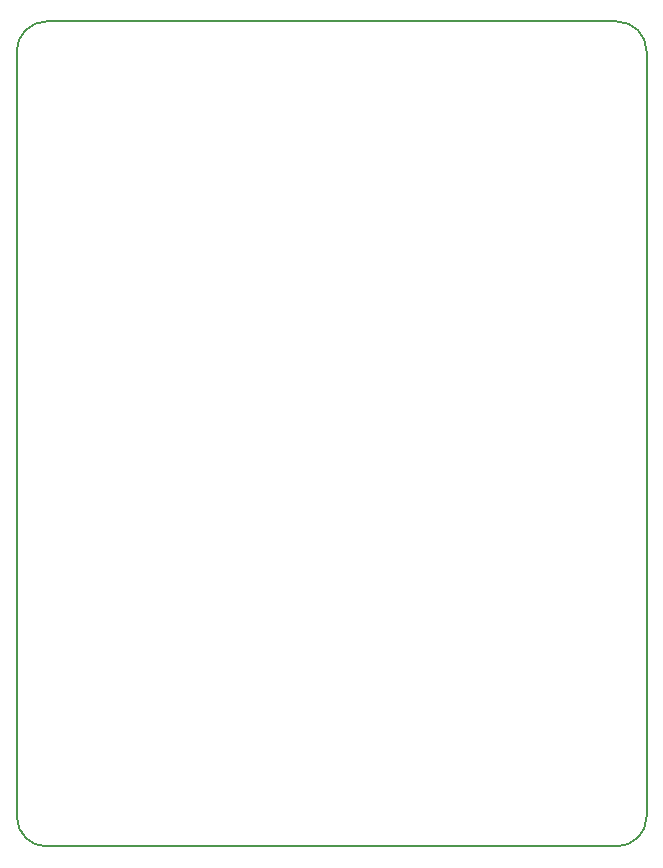
<source format=gm1>
G04 #@! TF.FileFunction,Profile,NP*
%FSLAX46Y46*%
G04 Gerber Fmt 4.6, Leading zero omitted, Abs format (unit mm)*
G04 Created by KiCad (PCBNEW 4.0.2-stable) date Tue 01 Mar 2016 08:06:50 PM CST*
%MOMM*%
G01*
G04 APERTURE LIST*
%ADD10C,0.100000*%
%ADD11C,0.150000*%
G04 APERTURE END LIST*
D10*
D11*
X101600000Y-125730000D02*
G75*
G03X104140000Y-128270000I2540000J0D01*
G01*
X104140000Y-58420000D02*
G75*
G03X101600000Y-60960000I0J-2540000D01*
G01*
X152400000Y-58420000D02*
X104140000Y-58420000D01*
X101600000Y-60960000D02*
X101600000Y-125730000D01*
X152400000Y-128270000D02*
X104140000Y-128270000D01*
X152400000Y-128270000D02*
G75*
G03X154940000Y-125730000I0J2540000D01*
G01*
X154940000Y-60960000D02*
X154940000Y-125730000D01*
X154940000Y-60960000D02*
G75*
G03X152400000Y-58420000I-2540000J0D01*
G01*
M02*

</source>
